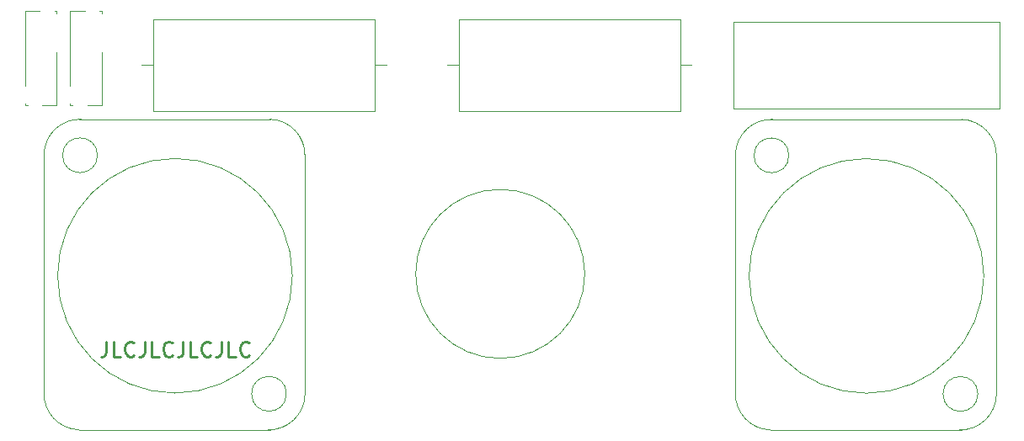
<source format=gto>
G04 #@! TF.GenerationSoftware,KiCad,Pcbnew,(5.1.9)-1*
G04 #@! TF.CreationDate,2021-05-25T00:15:51+02:00*
G04 #@! TF.ProjectId,HF,48462e6b-6963-4616-945f-706362585858,rev?*
G04 #@! TF.SameCoordinates,Original*
G04 #@! TF.FileFunction,Legend,Top*
G04 #@! TF.FilePolarity,Positive*
%FSLAX46Y46*%
G04 Gerber Fmt 4.6, Leading zero omitted, Abs format (unit mm)*
G04 Created by KiCad (PCBNEW (5.1.9)-1) date 2021-05-25 00:15:51*
%MOMM*%
%LPD*%
G01*
G04 APERTURE LIST*
%ADD10C,0.220000*%
%ADD11C,0.120000*%
%ADD12C,2.400000*%
%ADD13O,3.600000X2.100000*%
%ADD14O,2.400000X2.400000*%
%ADD15C,2.010000*%
G04 APERTURE END LIST*
D10*
X30801428Y-65408571D02*
X30801428Y-66480000D01*
X30730000Y-66694285D01*
X30587142Y-66837142D01*
X30372857Y-66908571D01*
X30230000Y-66908571D01*
X32230000Y-66908571D02*
X31515714Y-66908571D01*
X31515714Y-65408571D01*
X33587142Y-66765714D02*
X33515714Y-66837142D01*
X33301428Y-66908571D01*
X33158571Y-66908571D01*
X32944285Y-66837142D01*
X32801428Y-66694285D01*
X32730000Y-66551428D01*
X32658571Y-66265714D01*
X32658571Y-66051428D01*
X32730000Y-65765714D01*
X32801428Y-65622857D01*
X32944285Y-65480000D01*
X33158571Y-65408571D01*
X33301428Y-65408571D01*
X33515714Y-65480000D01*
X33587142Y-65551428D01*
X34658571Y-65408571D02*
X34658571Y-66480000D01*
X34587142Y-66694285D01*
X34444285Y-66837142D01*
X34230000Y-66908571D01*
X34087142Y-66908571D01*
X36087142Y-66908571D02*
X35372857Y-66908571D01*
X35372857Y-65408571D01*
X37444285Y-66765714D02*
X37372857Y-66837142D01*
X37158571Y-66908571D01*
X37015714Y-66908571D01*
X36801428Y-66837142D01*
X36658571Y-66694285D01*
X36587142Y-66551428D01*
X36515714Y-66265714D01*
X36515714Y-66051428D01*
X36587142Y-65765714D01*
X36658571Y-65622857D01*
X36801428Y-65480000D01*
X37015714Y-65408571D01*
X37158571Y-65408571D01*
X37372857Y-65480000D01*
X37444285Y-65551428D01*
X38515714Y-65408571D02*
X38515714Y-66480000D01*
X38444285Y-66694285D01*
X38301428Y-66837142D01*
X38087142Y-66908571D01*
X37944285Y-66908571D01*
X39944285Y-66908571D02*
X39230000Y-66908571D01*
X39230000Y-65408571D01*
X41301428Y-66765714D02*
X41230000Y-66837142D01*
X41015714Y-66908571D01*
X40872857Y-66908571D01*
X40658571Y-66837142D01*
X40515714Y-66694285D01*
X40444285Y-66551428D01*
X40372857Y-66265714D01*
X40372857Y-66051428D01*
X40444285Y-65765714D01*
X40515714Y-65622857D01*
X40658571Y-65480000D01*
X40872857Y-65408571D01*
X41015714Y-65408571D01*
X41230000Y-65480000D01*
X41301428Y-65551428D01*
X42372857Y-65408571D02*
X42372857Y-66480000D01*
X42301428Y-66694285D01*
X42158571Y-66837142D01*
X41944285Y-66908571D01*
X41801428Y-66908571D01*
X43801428Y-66908571D02*
X43087142Y-66908571D01*
X43087142Y-65408571D01*
X45158571Y-66765714D02*
X45087142Y-66837142D01*
X44872857Y-66908571D01*
X44730000Y-66908571D01*
X44515714Y-66837142D01*
X44372857Y-66694285D01*
X44301428Y-66551428D01*
X44230000Y-66265714D01*
X44230000Y-66051428D01*
X44301428Y-65765714D01*
X44372857Y-65622857D01*
X44515714Y-65480000D01*
X44730000Y-65408571D01*
X44872857Y-65408571D01*
X45087142Y-65480000D01*
X45158571Y-65551428D01*
D11*
X78900000Y-58600000D02*
G75*
G03*
X78900000Y-58600000I-8500000J0D01*
G01*
X25820000Y-32159000D02*
X25820000Y-32380000D01*
X25820000Y-36339000D02*
X25820000Y-41660000D01*
X22620000Y-41439000D02*
X22620000Y-41660000D01*
X25820000Y-32160000D02*
X25570000Y-32160000D01*
X25820000Y-41660000D02*
X24369000Y-41660000D01*
X24070000Y-32160000D02*
X22620000Y-32160000D01*
X22870000Y-41660000D02*
X22620000Y-41660000D01*
X22620000Y-32160000D02*
X22620000Y-39682000D01*
X30370000Y-32159000D02*
X30370000Y-32380000D01*
X30370000Y-36339000D02*
X30370000Y-41660000D01*
X27170000Y-41439000D02*
X27170000Y-41660000D01*
X30370000Y-32160000D02*
X30120000Y-32160000D01*
X30370000Y-41660000D02*
X28919000Y-41660000D01*
X28620000Y-32160000D02*
X27170000Y-32160000D01*
X27420000Y-41660000D02*
X27170000Y-41660000D01*
X27170000Y-32160000D02*
X27170000Y-39682000D01*
X65060000Y-37600000D02*
X66240000Y-37600000D01*
X66240000Y-42220000D02*
X88480000Y-42220000D01*
X88480000Y-32980000D02*
X66240000Y-32980000D01*
X88480000Y-42220000D02*
X88480000Y-32980000D01*
X66240000Y-32980000D02*
X66240000Y-42220000D01*
X89660000Y-37600000D02*
X88480000Y-37600000D01*
X34360000Y-37600000D02*
X35540000Y-37600000D01*
X35540000Y-42220000D02*
X57780000Y-42220000D01*
X57780000Y-32980000D02*
X35540000Y-32980000D01*
X57780000Y-42220000D02*
X57780000Y-32980000D01*
X35540000Y-32980000D02*
X35540000Y-42220000D01*
X58960000Y-37600000D02*
X57780000Y-37600000D01*
X93850000Y-41960000D02*
X93850000Y-33220000D01*
X120590000Y-41960000D02*
X120590000Y-33220000D01*
X120590000Y-33220000D02*
X93850000Y-33220000D01*
X120590000Y-41960000D02*
X93850000Y-41960000D01*
X29900000Y-46667000D02*
G75*
G03*
X29900000Y-46667000I-1750000J0D01*
G01*
X49500800Y-58794000D02*
G75*
G03*
X49500800Y-58794000I-11800000J0D01*
G01*
X28030000Y-74287000D02*
X47270000Y-74287000D01*
X50770000Y-70787000D02*
X50770000Y-46547000D01*
X28030000Y-43047000D02*
X47270000Y-43047000D01*
X24530000Y-70787000D02*
X24530000Y-46547000D01*
X48900000Y-70667000D02*
G75*
G03*
X48900000Y-70667000I-1750000J0D01*
G01*
X50770000Y-46787000D02*
G75*
G03*
X47270000Y-43047000I-3620000J120000D01*
G01*
X24530000Y-70547000D02*
G75*
G03*
X28030000Y-74287000I3620000J-120000D01*
G01*
X28270000Y-43047000D02*
G75*
G03*
X24530000Y-46547000I-120000J-3620000D01*
G01*
X47030000Y-74287000D02*
G75*
G03*
X50770000Y-70787000I120000J3620000D01*
G01*
X118420000Y-70680000D02*
G75*
G03*
X118420000Y-70680000I-1750000J0D01*
G01*
X94050000Y-70800000D02*
X94050000Y-46560000D01*
X97550000Y-43060000D02*
X116790000Y-43060000D01*
X120290000Y-70800000D02*
X120290000Y-46560000D01*
X97550000Y-74300000D02*
X116790000Y-74300000D01*
X119020800Y-58807000D02*
G75*
G03*
X119020800Y-58807000I-11800000J0D01*
G01*
X99420000Y-46680000D02*
G75*
G03*
X99420000Y-46680000I-1750000J0D01*
G01*
X116550000Y-74300000D02*
G75*
G03*
X120290000Y-70800000I120000J3620000D01*
G01*
X97790000Y-43060000D02*
G75*
G03*
X94050000Y-46560000I-120000J-3620000D01*
G01*
X94050000Y-70560000D02*
G75*
G03*
X97550000Y-74300000I3620000J-120000D01*
G01*
X120290000Y-46800000D02*
G75*
G03*
X116790000Y-43060000I-3620000J120000D01*
G01*
%LPC*%
D12*
X81500000Y-70600000D03*
X81500000Y-46600000D03*
G36*
G01*
X78249900Y-21650000D02*
X81350100Y-21650000D01*
G75*
G02*
X81600000Y-21899900I0J-249900D01*
G01*
X81600000Y-23500100D01*
G75*
G02*
X81350100Y-23750000I-249900J0D01*
G01*
X78249900Y-23750000D01*
G75*
G02*
X78000000Y-23500100I0J249900D01*
G01*
X78000000Y-21899900D01*
G75*
G02*
X78249900Y-21650000I249900J0D01*
G01*
G37*
D13*
X84880000Y-27780000D03*
X84880000Y-22700000D03*
X79800000Y-27780000D03*
D12*
X28500000Y-25800000D03*
D14*
X74220000Y-25800000D03*
D15*
X23620000Y-40560000D03*
X24820000Y-35460000D03*
X24820000Y-33260000D03*
X28170000Y-40560000D03*
X29370000Y-35460000D03*
X29370000Y-33260000D03*
D14*
X63600000Y-37600000D03*
D12*
X91100000Y-37600000D03*
D14*
X32900000Y-37600000D03*
D12*
X60400000Y-37600000D03*
X95970000Y-37590000D03*
X118470000Y-37590000D03*
G36*
G01*
X33611200Y-56500000D02*
X33611200Y-61000000D01*
G75*
G02*
X32861200Y-61750000I-750000J0D01*
G01*
X31361200Y-61750000D01*
G75*
G02*
X30611200Y-61000000I0J750000D01*
G01*
X30611200Y-56500000D01*
G75*
G02*
X31361200Y-55750000I750000J0D01*
G01*
X32861200Y-55750000D01*
G75*
G02*
X33611200Y-56500000I0J-750000D01*
G01*
G37*
G36*
G01*
X40000000Y-56567000D02*
X35500000Y-56567000D01*
G75*
G02*
X34750000Y-55817000I0J750000D01*
G01*
X34750000Y-54317000D01*
G75*
G02*
X35500000Y-53567000I750000J0D01*
G01*
X40000000Y-53567000D01*
G75*
G02*
X40750000Y-54317000I0J-750000D01*
G01*
X40750000Y-55817000D01*
G75*
G02*
X40000000Y-56567000I-750000J0D01*
G01*
G37*
G36*
G01*
X44914200Y-56500000D02*
X44914200Y-61000000D01*
G75*
G02*
X44164200Y-61750000I-750000J0D01*
G01*
X42664200Y-61750000D01*
G75*
G02*
X41914200Y-61000000I0J750000D01*
G01*
X41914200Y-56500000D01*
G75*
G02*
X42664200Y-55750000I750000J0D01*
G01*
X44164200Y-55750000D01*
G75*
G02*
X44914200Y-56500000I0J-750000D01*
G01*
G37*
G36*
G01*
X35500000Y-60933000D02*
X40000000Y-60933000D01*
G75*
G02*
X40750000Y-61683000I0J-750000D01*
G01*
X40750000Y-63183000D01*
G75*
G02*
X40000000Y-63933000I-750000J0D01*
G01*
X35500000Y-63933000D01*
G75*
G02*
X34750000Y-63183000I0J750000D01*
G01*
X34750000Y-61683000D01*
G75*
G02*
X35500000Y-60933000I750000J0D01*
G01*
G37*
G36*
G01*
X105020000Y-60946000D02*
X109520000Y-60946000D01*
G75*
G02*
X110270000Y-61696000I0J-750000D01*
G01*
X110270000Y-63196000D01*
G75*
G02*
X109520000Y-63946000I-750000J0D01*
G01*
X105020000Y-63946000D01*
G75*
G02*
X104270000Y-63196000I0J750000D01*
G01*
X104270000Y-61696000D01*
G75*
G02*
X105020000Y-60946000I750000J0D01*
G01*
G37*
G36*
G01*
X114434200Y-56513000D02*
X114434200Y-61013000D01*
G75*
G02*
X113684200Y-61763000I-750000J0D01*
G01*
X112184200Y-61763000D01*
G75*
G02*
X111434200Y-61013000I0J750000D01*
G01*
X111434200Y-56513000D01*
G75*
G02*
X112184200Y-55763000I750000J0D01*
G01*
X113684200Y-55763000D01*
G75*
G02*
X114434200Y-56513000I0J-750000D01*
G01*
G37*
G36*
G01*
X109520000Y-56580000D02*
X105020000Y-56580000D01*
G75*
G02*
X104270000Y-55830000I0J750000D01*
G01*
X104270000Y-54330000D01*
G75*
G02*
X105020000Y-53580000I750000J0D01*
G01*
X109520000Y-53580000D01*
G75*
G02*
X110270000Y-54330000I0J-750000D01*
G01*
X110270000Y-55830000D01*
G75*
G02*
X109520000Y-56580000I-750000J0D01*
G01*
G37*
G36*
G01*
X103131200Y-56513000D02*
X103131200Y-61013000D01*
G75*
G02*
X102381200Y-61763000I-750000J0D01*
G01*
X100881200Y-61763000D01*
G75*
G02*
X100131200Y-61013000I0J750000D01*
G01*
X100131200Y-56513000D01*
G75*
G02*
X100881200Y-55763000I750000J0D01*
G01*
X102381200Y-55763000D01*
G75*
G02*
X103131200Y-56513000I0J-750000D01*
G01*
G37*
M02*

</source>
